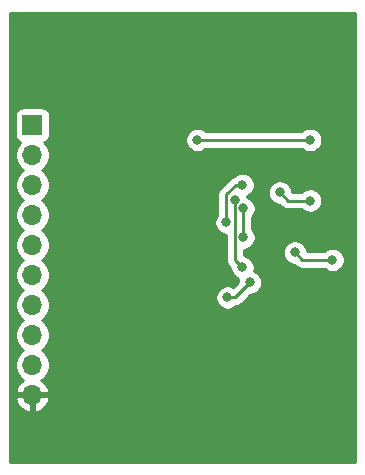
<source format=gbr>
G04 #@! TF.GenerationSoftware,KiCad,Pcbnew,5.1.5-52549c5~84~ubuntu18.04.1*
G04 #@! TF.CreationDate,2019-12-04T11:12:13-07:00*
G04 #@! TF.ProjectId,relay-shift,72656c61-792d-4736-9869-66742e6b6963,rev?*
G04 #@! TF.SameCoordinates,Original*
G04 #@! TF.FileFunction,Copper,L2,Bot*
G04 #@! TF.FilePolarity,Positive*
%FSLAX46Y46*%
G04 Gerber Fmt 4.6, Leading zero omitted, Abs format (unit mm)*
G04 Created by KiCad (PCBNEW 5.1.5-52549c5~84~ubuntu18.04.1) date 2019-12-04 11:12:13*
%MOMM*%
%LPD*%
G04 APERTURE LIST*
%ADD10O,1.700000X1.700000*%
%ADD11R,1.700000X1.700000*%
%ADD12C,0.800000*%
%ADD13C,0.250000*%
%ADD14C,0.254000*%
G04 APERTURE END LIST*
D10*
X142240000Y-87630000D03*
X142240000Y-85090000D03*
X142240000Y-82550000D03*
X142240000Y-80010000D03*
X142240000Y-77470000D03*
X142240000Y-74930000D03*
X142240000Y-72390000D03*
X142240000Y-69850000D03*
X142240000Y-67310000D03*
D11*
X142240000Y-64770000D03*
D12*
X151765000Y-82550000D03*
X165100000Y-83820000D03*
X153670000Y-58420000D03*
X167640000Y-76200000D03*
X164465000Y-75565000D03*
X159385000Y-71120000D03*
X160020000Y-76835000D03*
X160020000Y-69850000D03*
X158659990Y-73025000D03*
X160110010Y-71828558D03*
X160110010Y-74295000D03*
X158750000Y-79375000D03*
X160655000Y-78105000D03*
X165750000Y-71165000D03*
X163195000Y-70485000D03*
X165750000Y-66025000D03*
X156210000Y-66040000D03*
D13*
X167640000Y-76200000D02*
X165100000Y-76200000D01*
X165100000Y-76200000D02*
X164465000Y-75565000D01*
X159385000Y-71120000D02*
X159385000Y-76200000D01*
X159385000Y-76200000D02*
X160020000Y-76835000D01*
X158659990Y-70644325D02*
X158659990Y-72459315D01*
X160020000Y-69850000D02*
X159454315Y-69850000D01*
X159454315Y-69850000D02*
X158659990Y-70644325D01*
X158659990Y-72459315D02*
X158659990Y-73025000D01*
X160110010Y-71828558D02*
X160110010Y-74295000D01*
X158750000Y-79375000D02*
X159385000Y-79375000D01*
X159385000Y-79375000D02*
X160655000Y-78105000D01*
X165750000Y-71165000D02*
X163875000Y-71165000D01*
X163875000Y-71165000D02*
X163195000Y-70485000D01*
X165750000Y-66025000D02*
X156225000Y-66025000D01*
X156225000Y-66025000D02*
X156210000Y-66040000D01*
D14*
G36*
X169520001Y-93320000D02*
G01*
X140360000Y-93320000D01*
X140360000Y-87986890D01*
X140798524Y-87986890D01*
X140843175Y-88134099D01*
X140968359Y-88396920D01*
X141142412Y-88630269D01*
X141358645Y-88825178D01*
X141608748Y-88974157D01*
X141883109Y-89071481D01*
X142113000Y-88950814D01*
X142113000Y-87757000D01*
X142367000Y-87757000D01*
X142367000Y-88950814D01*
X142596891Y-89071481D01*
X142871252Y-88974157D01*
X143121355Y-88825178D01*
X143337588Y-88630269D01*
X143511641Y-88396920D01*
X143636825Y-88134099D01*
X143681476Y-87986890D01*
X143560155Y-87757000D01*
X142367000Y-87757000D01*
X142113000Y-87757000D01*
X140919845Y-87757000D01*
X140798524Y-87986890D01*
X140360000Y-87986890D01*
X140360000Y-63920000D01*
X140751928Y-63920000D01*
X140751928Y-65620000D01*
X140764188Y-65744482D01*
X140800498Y-65864180D01*
X140859463Y-65974494D01*
X140938815Y-66071185D01*
X141035506Y-66150537D01*
X141145820Y-66209502D01*
X141218380Y-66231513D01*
X141086525Y-66363368D01*
X140924010Y-66606589D01*
X140812068Y-66876842D01*
X140755000Y-67163740D01*
X140755000Y-67456260D01*
X140812068Y-67743158D01*
X140924010Y-68013411D01*
X141086525Y-68256632D01*
X141293368Y-68463475D01*
X141467760Y-68580000D01*
X141293368Y-68696525D01*
X141086525Y-68903368D01*
X140924010Y-69146589D01*
X140812068Y-69416842D01*
X140755000Y-69703740D01*
X140755000Y-69996260D01*
X140812068Y-70283158D01*
X140924010Y-70553411D01*
X141086525Y-70796632D01*
X141293368Y-71003475D01*
X141467760Y-71120000D01*
X141293368Y-71236525D01*
X141086525Y-71443368D01*
X140924010Y-71686589D01*
X140812068Y-71956842D01*
X140755000Y-72243740D01*
X140755000Y-72536260D01*
X140812068Y-72823158D01*
X140924010Y-73093411D01*
X141086525Y-73336632D01*
X141293368Y-73543475D01*
X141467760Y-73660000D01*
X141293368Y-73776525D01*
X141086525Y-73983368D01*
X140924010Y-74226589D01*
X140812068Y-74496842D01*
X140755000Y-74783740D01*
X140755000Y-75076260D01*
X140812068Y-75363158D01*
X140924010Y-75633411D01*
X141086525Y-75876632D01*
X141293368Y-76083475D01*
X141467760Y-76200000D01*
X141293368Y-76316525D01*
X141086525Y-76523368D01*
X140924010Y-76766589D01*
X140812068Y-77036842D01*
X140755000Y-77323740D01*
X140755000Y-77616260D01*
X140812068Y-77903158D01*
X140924010Y-78173411D01*
X141086525Y-78416632D01*
X141293368Y-78623475D01*
X141467760Y-78740000D01*
X141293368Y-78856525D01*
X141086525Y-79063368D01*
X140924010Y-79306589D01*
X140812068Y-79576842D01*
X140755000Y-79863740D01*
X140755000Y-80156260D01*
X140812068Y-80443158D01*
X140924010Y-80713411D01*
X141086525Y-80956632D01*
X141293368Y-81163475D01*
X141467760Y-81280000D01*
X141293368Y-81396525D01*
X141086525Y-81603368D01*
X140924010Y-81846589D01*
X140812068Y-82116842D01*
X140755000Y-82403740D01*
X140755000Y-82696260D01*
X140812068Y-82983158D01*
X140924010Y-83253411D01*
X141086525Y-83496632D01*
X141293368Y-83703475D01*
X141467760Y-83820000D01*
X141293368Y-83936525D01*
X141086525Y-84143368D01*
X140924010Y-84386589D01*
X140812068Y-84656842D01*
X140755000Y-84943740D01*
X140755000Y-85236260D01*
X140812068Y-85523158D01*
X140924010Y-85793411D01*
X141086525Y-86036632D01*
X141293368Y-86243475D01*
X141475534Y-86365195D01*
X141358645Y-86434822D01*
X141142412Y-86629731D01*
X140968359Y-86863080D01*
X140843175Y-87125901D01*
X140798524Y-87273110D01*
X140919845Y-87503000D01*
X142113000Y-87503000D01*
X142113000Y-87483000D01*
X142367000Y-87483000D01*
X142367000Y-87503000D01*
X143560155Y-87503000D01*
X143681476Y-87273110D01*
X143636825Y-87125901D01*
X143511641Y-86863080D01*
X143337588Y-86629731D01*
X143121355Y-86434822D01*
X143004466Y-86365195D01*
X143186632Y-86243475D01*
X143393475Y-86036632D01*
X143555990Y-85793411D01*
X143667932Y-85523158D01*
X143725000Y-85236260D01*
X143725000Y-84943740D01*
X143667932Y-84656842D01*
X143555990Y-84386589D01*
X143393475Y-84143368D01*
X143186632Y-83936525D01*
X143012240Y-83820000D01*
X143186632Y-83703475D01*
X143393475Y-83496632D01*
X143555990Y-83253411D01*
X143667932Y-82983158D01*
X143725000Y-82696260D01*
X143725000Y-82403740D01*
X143667932Y-82116842D01*
X143555990Y-81846589D01*
X143393475Y-81603368D01*
X143186632Y-81396525D01*
X143012240Y-81280000D01*
X143186632Y-81163475D01*
X143393475Y-80956632D01*
X143555990Y-80713411D01*
X143667932Y-80443158D01*
X143725000Y-80156260D01*
X143725000Y-79863740D01*
X143667932Y-79576842D01*
X143555990Y-79306589D01*
X143393475Y-79063368D01*
X143186632Y-78856525D01*
X143012240Y-78740000D01*
X143186632Y-78623475D01*
X143393475Y-78416632D01*
X143555990Y-78173411D01*
X143667932Y-77903158D01*
X143725000Y-77616260D01*
X143725000Y-77323740D01*
X143667932Y-77036842D01*
X143555990Y-76766589D01*
X143393475Y-76523368D01*
X143186632Y-76316525D01*
X143012240Y-76200000D01*
X143186632Y-76083475D01*
X143393475Y-75876632D01*
X143555990Y-75633411D01*
X143667932Y-75363158D01*
X143725000Y-75076260D01*
X143725000Y-74783740D01*
X143667932Y-74496842D01*
X143555990Y-74226589D01*
X143393475Y-73983368D01*
X143186632Y-73776525D01*
X143012240Y-73660000D01*
X143186632Y-73543475D01*
X143393475Y-73336632D01*
X143555990Y-73093411D01*
X143626550Y-72923061D01*
X157624990Y-72923061D01*
X157624990Y-73126939D01*
X157664764Y-73326898D01*
X157742785Y-73515256D01*
X157856053Y-73684774D01*
X158000216Y-73828937D01*
X158169734Y-73942205D01*
X158358092Y-74020226D01*
X158558051Y-74060000D01*
X158625001Y-74060000D01*
X158625001Y-76162668D01*
X158621324Y-76200000D01*
X158635998Y-76348985D01*
X158679454Y-76492246D01*
X158750026Y-76624276D01*
X158800694Y-76686014D01*
X158845000Y-76740001D01*
X158873998Y-76763799D01*
X158985000Y-76874801D01*
X158985000Y-76936939D01*
X159024774Y-77136898D01*
X159102795Y-77325256D01*
X159216063Y-77494774D01*
X159360226Y-77638937D01*
X159529744Y-77752205D01*
X159659229Y-77805840D01*
X159620000Y-78003061D01*
X159620000Y-78065198D01*
X159231168Y-78454031D01*
X159051898Y-78379774D01*
X158851939Y-78340000D01*
X158648061Y-78340000D01*
X158448102Y-78379774D01*
X158259744Y-78457795D01*
X158090226Y-78571063D01*
X157946063Y-78715226D01*
X157832795Y-78884744D01*
X157754774Y-79073102D01*
X157715000Y-79273061D01*
X157715000Y-79476939D01*
X157754774Y-79676898D01*
X157832795Y-79865256D01*
X157946063Y-80034774D01*
X158090226Y-80178937D01*
X158259744Y-80292205D01*
X158448102Y-80370226D01*
X158648061Y-80410000D01*
X158851939Y-80410000D01*
X159051898Y-80370226D01*
X159240256Y-80292205D01*
X159409774Y-80178937D01*
X159457139Y-80131572D01*
X159533986Y-80124003D01*
X159677247Y-80080546D01*
X159809276Y-80009974D01*
X159925001Y-79915001D01*
X159948804Y-79885997D01*
X160694802Y-79140000D01*
X160756939Y-79140000D01*
X160956898Y-79100226D01*
X161145256Y-79022205D01*
X161314774Y-78908937D01*
X161458937Y-78764774D01*
X161572205Y-78595256D01*
X161650226Y-78406898D01*
X161690000Y-78206939D01*
X161690000Y-78003061D01*
X161650226Y-77803102D01*
X161572205Y-77614744D01*
X161458937Y-77445226D01*
X161314774Y-77301063D01*
X161145256Y-77187795D01*
X161015771Y-77134160D01*
X161055000Y-76936939D01*
X161055000Y-76733061D01*
X161015226Y-76533102D01*
X160937205Y-76344744D01*
X160823937Y-76175226D01*
X160679774Y-76031063D01*
X160510256Y-75917795D01*
X160321898Y-75839774D01*
X160145000Y-75804587D01*
X160145000Y-75463061D01*
X163430000Y-75463061D01*
X163430000Y-75666939D01*
X163469774Y-75866898D01*
X163547795Y-76055256D01*
X163661063Y-76224774D01*
X163805226Y-76368937D01*
X163974744Y-76482205D01*
X164163102Y-76560226D01*
X164363061Y-76600000D01*
X164425198Y-76600000D01*
X164536200Y-76711002D01*
X164559999Y-76740001D01*
X164588997Y-76763799D01*
X164675724Y-76834974D01*
X164807753Y-76905546D01*
X164951014Y-76949003D01*
X165100000Y-76963677D01*
X165137333Y-76960000D01*
X166936289Y-76960000D01*
X166980226Y-77003937D01*
X167149744Y-77117205D01*
X167338102Y-77195226D01*
X167538061Y-77235000D01*
X167741939Y-77235000D01*
X167941898Y-77195226D01*
X168130256Y-77117205D01*
X168299774Y-77003937D01*
X168443937Y-76859774D01*
X168557205Y-76690256D01*
X168635226Y-76501898D01*
X168675000Y-76301939D01*
X168675000Y-76098061D01*
X168635226Y-75898102D01*
X168557205Y-75709744D01*
X168443937Y-75540226D01*
X168299774Y-75396063D01*
X168130256Y-75282795D01*
X167941898Y-75204774D01*
X167741939Y-75165000D01*
X167538061Y-75165000D01*
X167338102Y-75204774D01*
X167149744Y-75282795D01*
X166980226Y-75396063D01*
X166936289Y-75440000D01*
X165495413Y-75440000D01*
X165460226Y-75263102D01*
X165382205Y-75074744D01*
X165268937Y-74905226D01*
X165124774Y-74761063D01*
X164955256Y-74647795D01*
X164766898Y-74569774D01*
X164566939Y-74530000D01*
X164363061Y-74530000D01*
X164163102Y-74569774D01*
X163974744Y-74647795D01*
X163805226Y-74761063D01*
X163661063Y-74905226D01*
X163547795Y-75074744D01*
X163469774Y-75263102D01*
X163430000Y-75463061D01*
X160145000Y-75463061D01*
X160145000Y-75330000D01*
X160211949Y-75330000D01*
X160411908Y-75290226D01*
X160600266Y-75212205D01*
X160769784Y-75098937D01*
X160913947Y-74954774D01*
X161027215Y-74785256D01*
X161105236Y-74596898D01*
X161145010Y-74396939D01*
X161145010Y-74193061D01*
X161105236Y-73993102D01*
X161027215Y-73804744D01*
X160913947Y-73635226D01*
X160870010Y-73591289D01*
X160870010Y-72532269D01*
X160913947Y-72488332D01*
X161027215Y-72318814D01*
X161105236Y-72130456D01*
X161145010Y-71930497D01*
X161145010Y-71726619D01*
X161105236Y-71526660D01*
X161027215Y-71338302D01*
X160913947Y-71168784D01*
X160769784Y-71024621D01*
X160600266Y-70911353D01*
X160411908Y-70833332D01*
X160382075Y-70827398D01*
X160380771Y-70820840D01*
X160510256Y-70767205D01*
X160679774Y-70653937D01*
X160823937Y-70509774D01*
X160908603Y-70383061D01*
X162160000Y-70383061D01*
X162160000Y-70586939D01*
X162199774Y-70786898D01*
X162277795Y-70975256D01*
X162391063Y-71144774D01*
X162535226Y-71288937D01*
X162704744Y-71402205D01*
X162893102Y-71480226D01*
X163093061Y-71520000D01*
X163155198Y-71520000D01*
X163311201Y-71676002D01*
X163334999Y-71705001D01*
X163450724Y-71799974D01*
X163582753Y-71870546D01*
X163726014Y-71914003D01*
X163837667Y-71925000D01*
X163837676Y-71925000D01*
X163874999Y-71928676D01*
X163912322Y-71925000D01*
X165046289Y-71925000D01*
X165090226Y-71968937D01*
X165259744Y-72082205D01*
X165448102Y-72160226D01*
X165648061Y-72200000D01*
X165851939Y-72200000D01*
X166051898Y-72160226D01*
X166240256Y-72082205D01*
X166409774Y-71968937D01*
X166553937Y-71824774D01*
X166667205Y-71655256D01*
X166745226Y-71466898D01*
X166785000Y-71266939D01*
X166785000Y-71063061D01*
X166745226Y-70863102D01*
X166667205Y-70674744D01*
X166553937Y-70505226D01*
X166409774Y-70361063D01*
X166240256Y-70247795D01*
X166051898Y-70169774D01*
X165851939Y-70130000D01*
X165648061Y-70130000D01*
X165448102Y-70169774D01*
X165259744Y-70247795D01*
X165090226Y-70361063D01*
X165046289Y-70405000D01*
X164230000Y-70405000D01*
X164230000Y-70383061D01*
X164190226Y-70183102D01*
X164112205Y-69994744D01*
X163998937Y-69825226D01*
X163854774Y-69681063D01*
X163685256Y-69567795D01*
X163496898Y-69489774D01*
X163296939Y-69450000D01*
X163093061Y-69450000D01*
X162893102Y-69489774D01*
X162704744Y-69567795D01*
X162535226Y-69681063D01*
X162391063Y-69825226D01*
X162277795Y-69994744D01*
X162199774Y-70183102D01*
X162160000Y-70383061D01*
X160908603Y-70383061D01*
X160937205Y-70340256D01*
X161015226Y-70151898D01*
X161055000Y-69951939D01*
X161055000Y-69748061D01*
X161015226Y-69548102D01*
X160937205Y-69359744D01*
X160823937Y-69190226D01*
X160679774Y-69046063D01*
X160510256Y-68932795D01*
X160321898Y-68854774D01*
X160121939Y-68815000D01*
X159918061Y-68815000D01*
X159718102Y-68854774D01*
X159529744Y-68932795D01*
X159360226Y-69046063D01*
X159305276Y-69101013D01*
X159162068Y-69144454D01*
X159030039Y-69215026D01*
X158914314Y-69309999D01*
X158890516Y-69338998D01*
X158148992Y-70080522D01*
X158119989Y-70104324D01*
X158066276Y-70169774D01*
X158025016Y-70220049D01*
X157960764Y-70340256D01*
X157954444Y-70352079D01*
X157910987Y-70495340D01*
X157899990Y-70606993D01*
X157899990Y-70607003D01*
X157896314Y-70644325D01*
X157899990Y-70681648D01*
X157899991Y-72321288D01*
X157856053Y-72365226D01*
X157742785Y-72534744D01*
X157664764Y-72723102D01*
X157624990Y-72923061D01*
X143626550Y-72923061D01*
X143667932Y-72823158D01*
X143725000Y-72536260D01*
X143725000Y-72243740D01*
X143667932Y-71956842D01*
X143555990Y-71686589D01*
X143393475Y-71443368D01*
X143186632Y-71236525D01*
X143012240Y-71120000D01*
X143186632Y-71003475D01*
X143393475Y-70796632D01*
X143555990Y-70553411D01*
X143667932Y-70283158D01*
X143725000Y-69996260D01*
X143725000Y-69703740D01*
X143667932Y-69416842D01*
X143555990Y-69146589D01*
X143393475Y-68903368D01*
X143186632Y-68696525D01*
X143012240Y-68580000D01*
X143186632Y-68463475D01*
X143393475Y-68256632D01*
X143555990Y-68013411D01*
X143667932Y-67743158D01*
X143725000Y-67456260D01*
X143725000Y-67163740D01*
X143667932Y-66876842D01*
X143555990Y-66606589D01*
X143393475Y-66363368D01*
X143261620Y-66231513D01*
X143334180Y-66209502D01*
X143444494Y-66150537D01*
X143541185Y-66071185D01*
X143620537Y-65974494D01*
X143640011Y-65938061D01*
X155175000Y-65938061D01*
X155175000Y-66141939D01*
X155214774Y-66341898D01*
X155292795Y-66530256D01*
X155406063Y-66699774D01*
X155550226Y-66843937D01*
X155719744Y-66957205D01*
X155908102Y-67035226D01*
X156108061Y-67075000D01*
X156311939Y-67075000D01*
X156511898Y-67035226D01*
X156700256Y-66957205D01*
X156869774Y-66843937D01*
X156928711Y-66785000D01*
X165046289Y-66785000D01*
X165090226Y-66828937D01*
X165259744Y-66942205D01*
X165448102Y-67020226D01*
X165648061Y-67060000D01*
X165851939Y-67060000D01*
X166051898Y-67020226D01*
X166240256Y-66942205D01*
X166409774Y-66828937D01*
X166553937Y-66684774D01*
X166667205Y-66515256D01*
X166745226Y-66326898D01*
X166785000Y-66126939D01*
X166785000Y-65923061D01*
X166745226Y-65723102D01*
X166667205Y-65534744D01*
X166553937Y-65365226D01*
X166409774Y-65221063D01*
X166240256Y-65107795D01*
X166051898Y-65029774D01*
X165851939Y-64990000D01*
X165648061Y-64990000D01*
X165448102Y-65029774D01*
X165259744Y-65107795D01*
X165090226Y-65221063D01*
X165046289Y-65265000D01*
X156898711Y-65265000D01*
X156869774Y-65236063D01*
X156700256Y-65122795D01*
X156511898Y-65044774D01*
X156311939Y-65005000D01*
X156108061Y-65005000D01*
X155908102Y-65044774D01*
X155719744Y-65122795D01*
X155550226Y-65236063D01*
X155406063Y-65380226D01*
X155292795Y-65549744D01*
X155214774Y-65738102D01*
X155175000Y-65938061D01*
X143640011Y-65938061D01*
X143679502Y-65864180D01*
X143715812Y-65744482D01*
X143728072Y-65620000D01*
X143728072Y-63920000D01*
X143715812Y-63795518D01*
X143679502Y-63675820D01*
X143620537Y-63565506D01*
X143541185Y-63468815D01*
X143444494Y-63389463D01*
X143334180Y-63330498D01*
X143214482Y-63294188D01*
X143090000Y-63281928D01*
X141390000Y-63281928D01*
X141265518Y-63294188D01*
X141145820Y-63330498D01*
X141035506Y-63389463D01*
X140938815Y-63468815D01*
X140859463Y-63565506D01*
X140800498Y-63675820D01*
X140764188Y-63795518D01*
X140751928Y-63920000D01*
X140360000Y-63920000D01*
X140360000Y-55270000D01*
X169520000Y-55270000D01*
X169520001Y-93320000D01*
G37*
X169520001Y-93320000D02*
X140360000Y-93320000D01*
X140360000Y-87986890D01*
X140798524Y-87986890D01*
X140843175Y-88134099D01*
X140968359Y-88396920D01*
X141142412Y-88630269D01*
X141358645Y-88825178D01*
X141608748Y-88974157D01*
X141883109Y-89071481D01*
X142113000Y-88950814D01*
X142113000Y-87757000D01*
X142367000Y-87757000D01*
X142367000Y-88950814D01*
X142596891Y-89071481D01*
X142871252Y-88974157D01*
X143121355Y-88825178D01*
X143337588Y-88630269D01*
X143511641Y-88396920D01*
X143636825Y-88134099D01*
X143681476Y-87986890D01*
X143560155Y-87757000D01*
X142367000Y-87757000D01*
X142113000Y-87757000D01*
X140919845Y-87757000D01*
X140798524Y-87986890D01*
X140360000Y-87986890D01*
X140360000Y-63920000D01*
X140751928Y-63920000D01*
X140751928Y-65620000D01*
X140764188Y-65744482D01*
X140800498Y-65864180D01*
X140859463Y-65974494D01*
X140938815Y-66071185D01*
X141035506Y-66150537D01*
X141145820Y-66209502D01*
X141218380Y-66231513D01*
X141086525Y-66363368D01*
X140924010Y-66606589D01*
X140812068Y-66876842D01*
X140755000Y-67163740D01*
X140755000Y-67456260D01*
X140812068Y-67743158D01*
X140924010Y-68013411D01*
X141086525Y-68256632D01*
X141293368Y-68463475D01*
X141467760Y-68580000D01*
X141293368Y-68696525D01*
X141086525Y-68903368D01*
X140924010Y-69146589D01*
X140812068Y-69416842D01*
X140755000Y-69703740D01*
X140755000Y-69996260D01*
X140812068Y-70283158D01*
X140924010Y-70553411D01*
X141086525Y-70796632D01*
X141293368Y-71003475D01*
X141467760Y-71120000D01*
X141293368Y-71236525D01*
X141086525Y-71443368D01*
X140924010Y-71686589D01*
X140812068Y-71956842D01*
X140755000Y-72243740D01*
X140755000Y-72536260D01*
X140812068Y-72823158D01*
X140924010Y-73093411D01*
X141086525Y-73336632D01*
X141293368Y-73543475D01*
X141467760Y-73660000D01*
X141293368Y-73776525D01*
X141086525Y-73983368D01*
X140924010Y-74226589D01*
X140812068Y-74496842D01*
X140755000Y-74783740D01*
X140755000Y-75076260D01*
X140812068Y-75363158D01*
X140924010Y-75633411D01*
X141086525Y-75876632D01*
X141293368Y-76083475D01*
X141467760Y-76200000D01*
X141293368Y-76316525D01*
X141086525Y-76523368D01*
X140924010Y-76766589D01*
X140812068Y-77036842D01*
X140755000Y-77323740D01*
X140755000Y-77616260D01*
X140812068Y-77903158D01*
X140924010Y-78173411D01*
X141086525Y-78416632D01*
X141293368Y-78623475D01*
X141467760Y-78740000D01*
X141293368Y-78856525D01*
X141086525Y-79063368D01*
X140924010Y-79306589D01*
X140812068Y-79576842D01*
X140755000Y-79863740D01*
X140755000Y-80156260D01*
X140812068Y-80443158D01*
X140924010Y-80713411D01*
X141086525Y-80956632D01*
X141293368Y-81163475D01*
X141467760Y-81280000D01*
X141293368Y-81396525D01*
X141086525Y-81603368D01*
X140924010Y-81846589D01*
X140812068Y-82116842D01*
X140755000Y-82403740D01*
X140755000Y-82696260D01*
X140812068Y-82983158D01*
X140924010Y-83253411D01*
X141086525Y-83496632D01*
X141293368Y-83703475D01*
X141467760Y-83820000D01*
X141293368Y-83936525D01*
X141086525Y-84143368D01*
X140924010Y-84386589D01*
X140812068Y-84656842D01*
X140755000Y-84943740D01*
X140755000Y-85236260D01*
X140812068Y-85523158D01*
X140924010Y-85793411D01*
X141086525Y-86036632D01*
X141293368Y-86243475D01*
X141475534Y-86365195D01*
X141358645Y-86434822D01*
X141142412Y-86629731D01*
X140968359Y-86863080D01*
X140843175Y-87125901D01*
X140798524Y-87273110D01*
X140919845Y-87503000D01*
X142113000Y-87503000D01*
X142113000Y-87483000D01*
X142367000Y-87483000D01*
X142367000Y-87503000D01*
X143560155Y-87503000D01*
X143681476Y-87273110D01*
X143636825Y-87125901D01*
X143511641Y-86863080D01*
X143337588Y-86629731D01*
X143121355Y-86434822D01*
X143004466Y-86365195D01*
X143186632Y-86243475D01*
X143393475Y-86036632D01*
X143555990Y-85793411D01*
X143667932Y-85523158D01*
X143725000Y-85236260D01*
X143725000Y-84943740D01*
X143667932Y-84656842D01*
X143555990Y-84386589D01*
X143393475Y-84143368D01*
X143186632Y-83936525D01*
X143012240Y-83820000D01*
X143186632Y-83703475D01*
X143393475Y-83496632D01*
X143555990Y-83253411D01*
X143667932Y-82983158D01*
X143725000Y-82696260D01*
X143725000Y-82403740D01*
X143667932Y-82116842D01*
X143555990Y-81846589D01*
X143393475Y-81603368D01*
X143186632Y-81396525D01*
X143012240Y-81280000D01*
X143186632Y-81163475D01*
X143393475Y-80956632D01*
X143555990Y-80713411D01*
X143667932Y-80443158D01*
X143725000Y-80156260D01*
X143725000Y-79863740D01*
X143667932Y-79576842D01*
X143555990Y-79306589D01*
X143393475Y-79063368D01*
X143186632Y-78856525D01*
X143012240Y-78740000D01*
X143186632Y-78623475D01*
X143393475Y-78416632D01*
X143555990Y-78173411D01*
X143667932Y-77903158D01*
X143725000Y-77616260D01*
X143725000Y-77323740D01*
X143667932Y-77036842D01*
X143555990Y-76766589D01*
X143393475Y-76523368D01*
X143186632Y-76316525D01*
X143012240Y-76200000D01*
X143186632Y-76083475D01*
X143393475Y-75876632D01*
X143555990Y-75633411D01*
X143667932Y-75363158D01*
X143725000Y-75076260D01*
X143725000Y-74783740D01*
X143667932Y-74496842D01*
X143555990Y-74226589D01*
X143393475Y-73983368D01*
X143186632Y-73776525D01*
X143012240Y-73660000D01*
X143186632Y-73543475D01*
X143393475Y-73336632D01*
X143555990Y-73093411D01*
X143626550Y-72923061D01*
X157624990Y-72923061D01*
X157624990Y-73126939D01*
X157664764Y-73326898D01*
X157742785Y-73515256D01*
X157856053Y-73684774D01*
X158000216Y-73828937D01*
X158169734Y-73942205D01*
X158358092Y-74020226D01*
X158558051Y-74060000D01*
X158625001Y-74060000D01*
X158625001Y-76162668D01*
X158621324Y-76200000D01*
X158635998Y-76348985D01*
X158679454Y-76492246D01*
X158750026Y-76624276D01*
X158800694Y-76686014D01*
X158845000Y-76740001D01*
X158873998Y-76763799D01*
X158985000Y-76874801D01*
X158985000Y-76936939D01*
X159024774Y-77136898D01*
X159102795Y-77325256D01*
X159216063Y-77494774D01*
X159360226Y-77638937D01*
X159529744Y-77752205D01*
X159659229Y-77805840D01*
X159620000Y-78003061D01*
X159620000Y-78065198D01*
X159231168Y-78454031D01*
X159051898Y-78379774D01*
X158851939Y-78340000D01*
X158648061Y-78340000D01*
X158448102Y-78379774D01*
X158259744Y-78457795D01*
X158090226Y-78571063D01*
X157946063Y-78715226D01*
X157832795Y-78884744D01*
X157754774Y-79073102D01*
X157715000Y-79273061D01*
X157715000Y-79476939D01*
X157754774Y-79676898D01*
X157832795Y-79865256D01*
X157946063Y-80034774D01*
X158090226Y-80178937D01*
X158259744Y-80292205D01*
X158448102Y-80370226D01*
X158648061Y-80410000D01*
X158851939Y-80410000D01*
X159051898Y-80370226D01*
X159240256Y-80292205D01*
X159409774Y-80178937D01*
X159457139Y-80131572D01*
X159533986Y-80124003D01*
X159677247Y-80080546D01*
X159809276Y-80009974D01*
X159925001Y-79915001D01*
X159948804Y-79885997D01*
X160694802Y-79140000D01*
X160756939Y-79140000D01*
X160956898Y-79100226D01*
X161145256Y-79022205D01*
X161314774Y-78908937D01*
X161458937Y-78764774D01*
X161572205Y-78595256D01*
X161650226Y-78406898D01*
X161690000Y-78206939D01*
X161690000Y-78003061D01*
X161650226Y-77803102D01*
X161572205Y-77614744D01*
X161458937Y-77445226D01*
X161314774Y-77301063D01*
X161145256Y-77187795D01*
X161015771Y-77134160D01*
X161055000Y-76936939D01*
X161055000Y-76733061D01*
X161015226Y-76533102D01*
X160937205Y-76344744D01*
X160823937Y-76175226D01*
X160679774Y-76031063D01*
X160510256Y-75917795D01*
X160321898Y-75839774D01*
X160145000Y-75804587D01*
X160145000Y-75463061D01*
X163430000Y-75463061D01*
X163430000Y-75666939D01*
X163469774Y-75866898D01*
X163547795Y-76055256D01*
X163661063Y-76224774D01*
X163805226Y-76368937D01*
X163974744Y-76482205D01*
X164163102Y-76560226D01*
X164363061Y-76600000D01*
X164425198Y-76600000D01*
X164536200Y-76711002D01*
X164559999Y-76740001D01*
X164588997Y-76763799D01*
X164675724Y-76834974D01*
X164807753Y-76905546D01*
X164951014Y-76949003D01*
X165100000Y-76963677D01*
X165137333Y-76960000D01*
X166936289Y-76960000D01*
X166980226Y-77003937D01*
X167149744Y-77117205D01*
X167338102Y-77195226D01*
X167538061Y-77235000D01*
X167741939Y-77235000D01*
X167941898Y-77195226D01*
X168130256Y-77117205D01*
X168299774Y-77003937D01*
X168443937Y-76859774D01*
X168557205Y-76690256D01*
X168635226Y-76501898D01*
X168675000Y-76301939D01*
X168675000Y-76098061D01*
X168635226Y-75898102D01*
X168557205Y-75709744D01*
X168443937Y-75540226D01*
X168299774Y-75396063D01*
X168130256Y-75282795D01*
X167941898Y-75204774D01*
X167741939Y-75165000D01*
X167538061Y-75165000D01*
X167338102Y-75204774D01*
X167149744Y-75282795D01*
X166980226Y-75396063D01*
X166936289Y-75440000D01*
X165495413Y-75440000D01*
X165460226Y-75263102D01*
X165382205Y-75074744D01*
X165268937Y-74905226D01*
X165124774Y-74761063D01*
X164955256Y-74647795D01*
X164766898Y-74569774D01*
X164566939Y-74530000D01*
X164363061Y-74530000D01*
X164163102Y-74569774D01*
X163974744Y-74647795D01*
X163805226Y-74761063D01*
X163661063Y-74905226D01*
X163547795Y-75074744D01*
X163469774Y-75263102D01*
X163430000Y-75463061D01*
X160145000Y-75463061D01*
X160145000Y-75330000D01*
X160211949Y-75330000D01*
X160411908Y-75290226D01*
X160600266Y-75212205D01*
X160769784Y-75098937D01*
X160913947Y-74954774D01*
X161027215Y-74785256D01*
X161105236Y-74596898D01*
X161145010Y-74396939D01*
X161145010Y-74193061D01*
X161105236Y-73993102D01*
X161027215Y-73804744D01*
X160913947Y-73635226D01*
X160870010Y-73591289D01*
X160870010Y-72532269D01*
X160913947Y-72488332D01*
X161027215Y-72318814D01*
X161105236Y-72130456D01*
X161145010Y-71930497D01*
X161145010Y-71726619D01*
X161105236Y-71526660D01*
X161027215Y-71338302D01*
X160913947Y-71168784D01*
X160769784Y-71024621D01*
X160600266Y-70911353D01*
X160411908Y-70833332D01*
X160382075Y-70827398D01*
X160380771Y-70820840D01*
X160510256Y-70767205D01*
X160679774Y-70653937D01*
X160823937Y-70509774D01*
X160908603Y-70383061D01*
X162160000Y-70383061D01*
X162160000Y-70586939D01*
X162199774Y-70786898D01*
X162277795Y-70975256D01*
X162391063Y-71144774D01*
X162535226Y-71288937D01*
X162704744Y-71402205D01*
X162893102Y-71480226D01*
X163093061Y-71520000D01*
X163155198Y-71520000D01*
X163311201Y-71676002D01*
X163334999Y-71705001D01*
X163450724Y-71799974D01*
X163582753Y-71870546D01*
X163726014Y-71914003D01*
X163837667Y-71925000D01*
X163837676Y-71925000D01*
X163874999Y-71928676D01*
X163912322Y-71925000D01*
X165046289Y-71925000D01*
X165090226Y-71968937D01*
X165259744Y-72082205D01*
X165448102Y-72160226D01*
X165648061Y-72200000D01*
X165851939Y-72200000D01*
X166051898Y-72160226D01*
X166240256Y-72082205D01*
X166409774Y-71968937D01*
X166553937Y-71824774D01*
X166667205Y-71655256D01*
X166745226Y-71466898D01*
X166785000Y-71266939D01*
X166785000Y-71063061D01*
X166745226Y-70863102D01*
X166667205Y-70674744D01*
X166553937Y-70505226D01*
X166409774Y-70361063D01*
X166240256Y-70247795D01*
X166051898Y-70169774D01*
X165851939Y-70130000D01*
X165648061Y-70130000D01*
X165448102Y-70169774D01*
X165259744Y-70247795D01*
X165090226Y-70361063D01*
X165046289Y-70405000D01*
X164230000Y-70405000D01*
X164230000Y-70383061D01*
X164190226Y-70183102D01*
X164112205Y-69994744D01*
X163998937Y-69825226D01*
X163854774Y-69681063D01*
X163685256Y-69567795D01*
X163496898Y-69489774D01*
X163296939Y-69450000D01*
X163093061Y-69450000D01*
X162893102Y-69489774D01*
X162704744Y-69567795D01*
X162535226Y-69681063D01*
X162391063Y-69825226D01*
X162277795Y-69994744D01*
X162199774Y-70183102D01*
X162160000Y-70383061D01*
X160908603Y-70383061D01*
X160937205Y-70340256D01*
X161015226Y-70151898D01*
X161055000Y-69951939D01*
X161055000Y-69748061D01*
X161015226Y-69548102D01*
X160937205Y-69359744D01*
X160823937Y-69190226D01*
X160679774Y-69046063D01*
X160510256Y-68932795D01*
X160321898Y-68854774D01*
X160121939Y-68815000D01*
X159918061Y-68815000D01*
X159718102Y-68854774D01*
X159529744Y-68932795D01*
X159360226Y-69046063D01*
X159305276Y-69101013D01*
X159162068Y-69144454D01*
X159030039Y-69215026D01*
X158914314Y-69309999D01*
X158890516Y-69338998D01*
X158148992Y-70080522D01*
X158119989Y-70104324D01*
X158066276Y-70169774D01*
X158025016Y-70220049D01*
X157960764Y-70340256D01*
X157954444Y-70352079D01*
X157910987Y-70495340D01*
X157899990Y-70606993D01*
X157899990Y-70607003D01*
X157896314Y-70644325D01*
X157899990Y-70681648D01*
X157899991Y-72321288D01*
X157856053Y-72365226D01*
X157742785Y-72534744D01*
X157664764Y-72723102D01*
X157624990Y-72923061D01*
X143626550Y-72923061D01*
X143667932Y-72823158D01*
X143725000Y-72536260D01*
X143725000Y-72243740D01*
X143667932Y-71956842D01*
X143555990Y-71686589D01*
X143393475Y-71443368D01*
X143186632Y-71236525D01*
X143012240Y-71120000D01*
X143186632Y-71003475D01*
X143393475Y-70796632D01*
X143555990Y-70553411D01*
X143667932Y-70283158D01*
X143725000Y-69996260D01*
X143725000Y-69703740D01*
X143667932Y-69416842D01*
X143555990Y-69146589D01*
X143393475Y-68903368D01*
X143186632Y-68696525D01*
X143012240Y-68580000D01*
X143186632Y-68463475D01*
X143393475Y-68256632D01*
X143555990Y-68013411D01*
X143667932Y-67743158D01*
X143725000Y-67456260D01*
X143725000Y-67163740D01*
X143667932Y-66876842D01*
X143555990Y-66606589D01*
X143393475Y-66363368D01*
X143261620Y-66231513D01*
X143334180Y-66209502D01*
X143444494Y-66150537D01*
X143541185Y-66071185D01*
X143620537Y-65974494D01*
X143640011Y-65938061D01*
X155175000Y-65938061D01*
X155175000Y-66141939D01*
X155214774Y-66341898D01*
X155292795Y-66530256D01*
X155406063Y-66699774D01*
X155550226Y-66843937D01*
X155719744Y-66957205D01*
X155908102Y-67035226D01*
X156108061Y-67075000D01*
X156311939Y-67075000D01*
X156511898Y-67035226D01*
X156700256Y-66957205D01*
X156869774Y-66843937D01*
X156928711Y-66785000D01*
X165046289Y-66785000D01*
X165090226Y-66828937D01*
X165259744Y-66942205D01*
X165448102Y-67020226D01*
X165648061Y-67060000D01*
X165851939Y-67060000D01*
X166051898Y-67020226D01*
X166240256Y-66942205D01*
X166409774Y-66828937D01*
X166553937Y-66684774D01*
X166667205Y-66515256D01*
X166745226Y-66326898D01*
X166785000Y-66126939D01*
X166785000Y-65923061D01*
X166745226Y-65723102D01*
X166667205Y-65534744D01*
X166553937Y-65365226D01*
X166409774Y-65221063D01*
X166240256Y-65107795D01*
X166051898Y-65029774D01*
X165851939Y-64990000D01*
X165648061Y-64990000D01*
X165448102Y-65029774D01*
X165259744Y-65107795D01*
X165090226Y-65221063D01*
X165046289Y-65265000D01*
X156898711Y-65265000D01*
X156869774Y-65236063D01*
X156700256Y-65122795D01*
X156511898Y-65044774D01*
X156311939Y-65005000D01*
X156108061Y-65005000D01*
X155908102Y-65044774D01*
X155719744Y-65122795D01*
X155550226Y-65236063D01*
X155406063Y-65380226D01*
X155292795Y-65549744D01*
X155214774Y-65738102D01*
X155175000Y-65938061D01*
X143640011Y-65938061D01*
X143679502Y-65864180D01*
X143715812Y-65744482D01*
X143728072Y-65620000D01*
X143728072Y-63920000D01*
X143715812Y-63795518D01*
X143679502Y-63675820D01*
X143620537Y-63565506D01*
X143541185Y-63468815D01*
X143444494Y-63389463D01*
X143334180Y-63330498D01*
X143214482Y-63294188D01*
X143090000Y-63281928D01*
X141390000Y-63281928D01*
X141265518Y-63294188D01*
X141145820Y-63330498D01*
X141035506Y-63389463D01*
X140938815Y-63468815D01*
X140859463Y-63565506D01*
X140800498Y-63675820D01*
X140764188Y-63795518D01*
X140751928Y-63920000D01*
X140360000Y-63920000D01*
X140360000Y-55270000D01*
X169520000Y-55270000D01*
X169520001Y-93320000D01*
M02*

</source>
